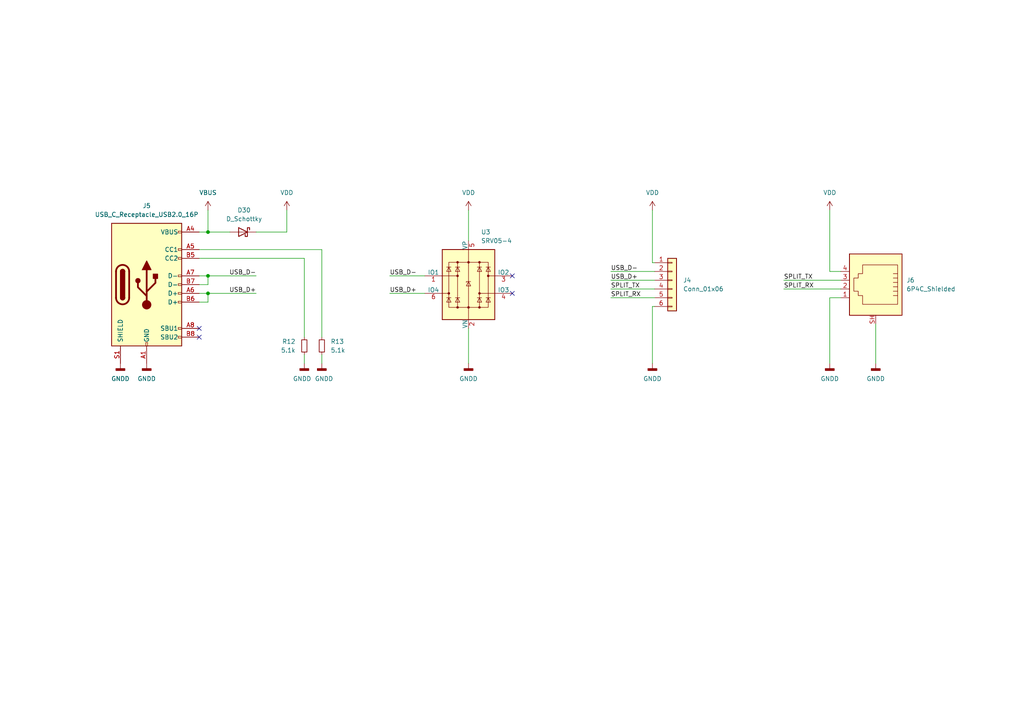
<source format=kicad_sch>
(kicad_sch (version 20230121) (generator eeschema)
  (paper "A4")
  (lib_symbols
    (symbol "Connector:6P4C_Shielded" (pin_names (offset 1.016))
      (property "Reference" "J" (at -5.08 11.43 0))
      (property "Value" "6P4C_Shielded" (at 2.54 11.43 0))
      (symbol "6P4C_Shielded_0_1"
        (polyline (pts (xy -6.35 -1.905) (xy -5.08 -1.905) (xy -5.08 -1.905)))
        (polyline (pts (xy -6.35 -0.635) (xy -5.08 -0.635) (xy -5.08 -0.635)))
        (polyline (pts (xy -6.35 0.635) (xy -5.08 0.635) (xy -5.08 0.635)))
        (polyline (pts (xy -6.35 1.905) (xy -5.08 1.905) (xy -5.08 1.905)))
        (polyline (pts (xy -6.35 3.175) (xy -5.08 3.175) (xy -5.08 3.175)))
        (polyline (pts (xy -5.08 4.445) (xy -6.35 4.445) (xy -6.35 4.445)))
        (polyline (pts (xy -6.35 -4.445) (xy -6.35 6.985) (xy 3.81 6.985) (xy 3.81 4.445) (xy 5.08 4.445) (xy 5.08 3.175) (xy 6.35 3.175) (xy 6.35 -0.635) (xy 5.08 -0.635) (xy 5.08 -1.905) (xy 3.81 -1.905) (xy 3.81 -4.445) (xy -6.35 -4.445) (xy -6.35 -4.445)))
        (rectangle (start 7.62 10.16) (end -7.62 -7.62) (stroke (width 0.254)) (fill (type background)))
      )
      (symbol "6P4C_Shielded_1_1"
        (pin passive line (at 10.16 -2.54 180) (length 2.54) (name "~") (number "1"))
        (pin passive line (at 10.16 0 180) (length 2.54) (name "~") (number "2"))
        (pin passive line (at 10.16 2.54 180) (length 2.54) (name "~") (number "3"))
        (pin passive line (at 10.16 5.08 180) (length 2.54) (name "~") (number "4"))
        (pin passive line (at 0 -10.16 90) (length 2.54) (name "~") (number "SH"))
      )
    )
    (symbol "Connector:USB_C_Receptacle_USB2.0_16P" (pin_names (offset 1.016))
      (property "Reference" "J" (at 0 22.225 0))
      (property "Value" "USB_C_Receptacle_USB2.0_16P" (at 0 19.685 0))
      (symbol "USB_C_Receptacle_USB2.0_16P_0_0"
        (rectangle (start -0.254 -17.78) (end 0.254 -16.764))
        (rectangle (start 10.16 -14.986) (end 9.144 -15.494))
        (rectangle (start 10.16 -12.446) (end 9.144 -12.954))
        (rectangle (start 10.16 -4.826) (end 9.144 -5.334))
        (rectangle (start 10.16 -2.286) (end 9.144 -2.794))
        (rectangle (start 10.16 0.254) (end 9.144 -0.254))
        (rectangle (start 10.16 2.794) (end 9.144 2.286))
        (rectangle (start 10.16 7.874) (end 9.144 7.366))
        (rectangle (start 10.16 10.414) (end 9.144 9.906))
        (rectangle (start 10.16 15.494) (end 9.144 14.986))
      )
      (symbol "USB_C_Receptacle_USB2.0_16P_0_1"
        (rectangle (start -10.16 17.78) (end 10.16 -17.78) (stroke (width 0.254)) (fill (type background)))
        (arc (start -8.89 -3.81) (mid -6.985 -5.7067) (end -5.08 -3.81) (stroke (width 0.508)))
        (arc (start -7.62 -3.81) (mid -6.985 -4.4423) (end -6.35 -3.81) (stroke (width 0.254)))
        (arc (start -7.62 -3.81) (mid -6.985 -4.4423) (end -6.35 -3.81) (stroke (width 0.254)) (fill (type outline)))
        (rectangle (start -7.62 -3.81) (end -6.35 3.81) (stroke (width 0.254)) (fill (type outline)))
        (arc (start -6.35 3.81) (mid -6.985 4.4423) (end -7.62 3.81) (stroke (width 0.254)))
        (arc (start -6.35 3.81) (mid -6.985 4.4423) (end -7.62 3.81) (stroke (width 0.254)) (fill (type outline)))
        (arc (start -5.08 3.81) (mid -6.985 5.7067) (end -8.89 3.81) (stroke (width 0.508)))
        (circle (center -2.54 1.143) (radius 0.635) (stroke (width 0.254)) (fill (type outline)))
        (circle (center 0 -5.842) (radius 1.27) (fill (type outline)))
        (polyline (pts (xy -8.89 -3.81) (xy -8.89 3.81)) (stroke (width 0.508)))
        (polyline (pts (xy -5.08 3.81) (xy -5.08 -3.81)) (stroke (width 0.508)))
        (polyline (pts (xy 0 -5.842) (xy 0 4.318)) (stroke (width 0.508)))
        (polyline (pts (xy 0 -3.302) (xy -2.54 -0.762) (xy -2.54 0.508)) (stroke (width 0.508)))
        (polyline (pts (xy 0 -2.032) (xy 2.54 0.508) (xy 2.54 1.778)) (stroke (width 0.508)))
        (polyline (pts (xy -1.27 4.318) (xy 0 6.858) (xy 1.27 4.318) (xy -1.27 4.318)) (stroke (width 0.254)) (fill (type outline)))
        (rectangle (start 1.905 1.778) (end 3.175 3.048) (stroke (width 0.254)) (fill (type outline)))
      )
      (symbol "USB_C_Receptacle_USB2.0_16P_1_1"
        (pin passive line (at 0 -22.86 90) (length 5.08) (name "GND") (number "A1"))
        (pin passive line (at 0 -22.86 90) (length 5.08) hide (name "GND") (number "A12"))
        (pin passive line (at 15.24 15.24 180) (length 5.08) (name "VBUS") (number "A4"))
        (pin bidirectional line (at 15.24 10.16 180) (length 5.08) (name "CC1") (number "A5"))
        (pin bidirectional line (at 15.24 -2.54 180) (length 5.08) (name "D+") (number "A6"))
        (pin bidirectional line (at 15.24 2.54 180) (length 5.08) (name "D-") (number "A7"))
        (pin bidirectional line (at 15.24 -12.7 180) (length 5.08) (name "SBU1") (number "A8"))
        (pin passive line (at 15.24 15.24 180) (length 5.08) hide (name "VBUS") (number "A9"))
        (pin passive line (at 0 -22.86 90) (length 5.08) hide (name "GND") (number "B1"))
        (pin passive line (at 0 -22.86 90) (length 5.08) hide (name "GND") (number "B12"))
        (pin passive line (at 15.24 15.24 180) (length 5.08) hide (name "VBUS") (number "B4"))
        (pin bidirectional line (at 15.24 7.62 180) (length 5.08) (name "CC2") (number "B5"))
        (pin bidirectional line (at 15.24 -5.08 180) (length 5.08) (name "D+") (number "B6"))
        (pin bidirectional line (at 15.24 0 180) (length 5.08) (name "D-") (number "B7"))
        (pin bidirectional line (at 15.24 -15.24 180) (length 5.08) (name "SBU2") (number "B8"))
        (pin passive line (at 15.24 15.24 180) (length 5.08) hide (name "VBUS") (number "B9"))
        (pin passive line (at -7.62 -22.86 90) (length 5.08) (name "SHIELD") (number "S1"))
      )
    )
    (symbol "Connector_Generic:Conn_01x06" (pin_names (offset 1.016) hide)
      (property "Reference" "J" (at 0 7.62 0))
      (property "Value" "Conn_01x06" (at 0 -10.16 0))
      (symbol "Conn_01x06_1_1"
        (rectangle (start -1.27 -7.493) (end 0 -7.747) (stroke (width 0.1524)))
        (rectangle (start -1.27 -4.953) (end 0 -5.207) (stroke (width 0.1524)))
        (rectangle (start -1.27 -2.413) (end 0 -2.667) (stroke (width 0.1524)))
        (rectangle (start -1.27 0.127) (end 0 -0.127) (stroke (width 0.1524)))
        (rectangle (start -1.27 2.667) (end 0 2.413) (stroke (width 0.1524)))
        (rectangle (start -1.27 5.207) (end 0 4.953) (stroke (width 0.1524)))
        (rectangle (start -1.27 6.35) (end 1.27 -8.89) (stroke (width 0.254)) (fill (type background)))
        (pin passive line (at -5.08 5.08 0) (length 3.81) (name "Pin_1") (number "1"))
        (pin passive line (at -5.08 2.54 0) (length 3.81) (name "Pin_2") (number "2"))
        (pin passive line (at -5.08 0 0) (length 3.81) (name "Pin_3") (number "3"))
        (pin passive line (at -5.08 -2.54 0) (length 3.81) (name "Pin_4") (number "4"))
        (pin passive line (at -5.08 -5.08 0) (length 3.81) (name "Pin_5") (number "5"))
        (pin passive line (at -5.08 -7.62 0) (length 3.81) (name "Pin_6") (number "6"))
      )
    )
    (symbol "Device:D_Schottky" (pin_numbers hide) (pin_names (offset 1.016) hide)
      (property "Reference" "D" (at 0 2.54 0))
      (property "Value" "D_Schottky" (at 0 -2.54 0))
      (symbol "D_Schottky_0_1"
        (polyline (pts (xy 1.27 0) (xy -1.27 0)))
        (polyline (pts (xy 1.27 1.27) (xy 1.27 -1.27) (xy -1.27 0) (xy 1.27 1.27)) (stroke (width 0.254)))
        (polyline (pts (xy -1.905 0.635) (xy -1.905 1.27) (xy -1.27 1.27) (xy -1.27 -1.27) (xy -0.635 -1.27) (xy -0.635 -0.635)) (stroke (width 0.254)))
      )
      (symbol "D_Schottky_1_1"
        (pin passive line (at -3.81 0 0) (length 2.54) (name "K") (number "1"))
        (pin passive line (at 3.81 0 180) (length 2.54) (name "A") (number "2"))
      )
    )
    (symbol "Device:R_Small" (pin_numbers hide) (pin_names (offset 0.254) hide)
      (property "Reference" "R" (at 0.762 0.508 0))
      (property "Value" "R_Small" (at 0.762 -1.016 0))
      (symbol "R_Small_0_1"
        (rectangle (start -0.762 1.778) (end 0.762 -1.778) (stroke (width 0.2032)))
      )
      (symbol "R_Small_1_1"
        (pin passive line (at 0 2.54 270) (length 0.762) (name "~") (number "1"))
        (pin passive line (at 0 -2.54 90) (length 0.762) (name "~") (number "2"))
      )
    )
    (symbol "PCM_marbastlib-various:SRV05-4" (pin_names (offset 0))
      (property "Reference" "U" (at -5.08 11.43 0))
      (property "Value" "SRV05-4" (at 2.54 11.43 0))
      (symbol "SRV05-4_0_0"
        (rectangle (start -5.715 6.477) (end 5.715 -6.604))
        (polyline (pts (xy -3.175 -6.604) (xy -3.175 6.477)))
        (polyline (pts (xy 3.175 6.477) (xy 3.175 -6.604)))
      )
      (symbol "SRV05-4_0_1"
        (rectangle (start -7.62 10.16) (end 7.62 -10.16) (stroke (width 0.254)) (fill (type background)))
        (circle (center -5.715 -2.54) (radius 0.2794) (fill (type outline)))
        (circle (center -3.175 -6.604) (radius 0.2794) (fill (type outline)))
        (circle (center -3.175 2.54) (radius 0.2794) (fill (type outline)))
        (circle (center -3.175 6.477) (radius 0.2794) (fill (type outline)))
        (circle (center 0 -6.604) (radius 0.2794) (fill (type outline)))
        (polyline (pts (xy -7.747 2.54) (xy -3.175 2.54)))
        (polyline (pts (xy -7.62 -2.54) (xy -5.715 -2.54)))
        (polyline (pts (xy -5.08 -3.81) (xy -6.35 -3.81)))
        (polyline (pts (xy -5.08 5.08) (xy -6.35 5.08)))
        (polyline (pts (xy -2.54 -3.81) (xy -3.81 -3.81)))
        (polyline (pts (xy -2.54 5.08) (xy -3.81 5.08)))
        (polyline (pts (xy 0 10.16) (xy 0 -10.16)))
        (polyline (pts (xy 3.81 -3.81) (xy 2.54 -3.81)))
        (polyline (pts (xy 3.81 5.08) (xy 2.54 5.08)))
        (polyline (pts (xy 6.35 -3.81) (xy 5.08 -3.81)))
        (polyline (pts (xy 6.35 5.08) (xy 5.08 5.08)))
        (polyline (pts (xy 7.62 -2.54) (xy 3.175 -2.54)))
        (polyline (pts (xy 7.62 2.54) (xy 5.715 2.54)))
        (polyline (pts (xy 0.635 0.889) (xy -0.635 0.889) (xy -0.635 0.635)))
        (polyline (pts (xy -5.08 -5.08) (xy -6.35 -5.08) (xy -5.715 -3.81) (xy -5.08 -5.08)))
        (polyline (pts (xy -5.08 3.81) (xy -6.35 3.81) (xy -5.715 5.08) (xy -5.08 3.81)))
        (polyline (pts (xy -2.54 -5.08) (xy -3.81 -5.08) (xy -3.175 -3.81) (xy -2.54 -5.08)))
        (polyline (pts (xy -2.54 3.81) (xy -3.81 3.81) (xy -3.175 5.08) (xy -2.54 3.81)))
        (polyline (pts (xy 0.635 -0.381) (xy -0.635 -0.381) (xy 0 0.889) (xy 0.635 -0.381)))
        (polyline (pts (xy 3.81 -5.08) (xy 2.54 -5.08) (xy 3.175 -3.81) (xy 3.81 -5.08)))
        (polyline (pts (xy 3.81 3.81) (xy 2.54 3.81) (xy 3.175 5.08) (xy 3.81 3.81)))
        (polyline (pts (xy 6.35 -5.08) (xy 5.08 -5.08) (xy 5.715 -3.81) (xy 6.35 -5.08)))
        (polyline (pts (xy 6.35 3.81) (xy 5.08 3.81) (xy 5.715 5.08) (xy 6.35 3.81)))
        (circle (center 0 6.477) (radius 0.2794) (fill (type outline)))
        (circle (center 3.175 -6.604) (radius 0.2794) (fill (type outline)))
        (circle (center 3.175 -2.54) (radius 0.2794) (fill (type outline)))
        (circle (center 3.175 6.477) (radius 0.2794) (fill (type outline)))
        (circle (center 5.715 2.54) (radius 0.2794) (fill (type outline)))
      )
      (symbol "SRV05-4_1_1"
        (pin passive line (at -12.7 2.54 0) (length 5.08) (name "IO1") (number "1"))
        (pin passive line (at 0 -12.7 90) (length 2.54) (name "VN") (number "2"))
        (pin passive line (at 12.7 2.54 180) (length 5.08) (name "IO2") (number "3"))
        (pin passive line (at 12.7 -2.54 180) (length 5.08) (name "IO3") (number "4"))
        (pin passive line (at 0 12.7 270) (length 2.54) (name "VP") (number "5"))
        (pin passive line (at -12.7 -2.54 0) (length 5.08) (name "IO4") (number "6"))
      )
    )
    (symbol "power:GNDD" (power) (pin_names (offset 0))
      (property "Value" "GNDD" (at 0 -3.175 0))
      (symbol "GNDD_0_1"
        (rectangle (start -1.27 -1.524) (end 1.27 -2.032) (stroke (width 0.254)) (fill (type outline)))
        (polyline (pts (xy 0 0) (xy 0 -1.524)))
      )
      (symbol "GNDD_1_1"
        (pin power_in line (at 0 0 270) (length 0) hide (name "GNDD") (number "1"))
      )
    )
    (symbol "power:VBUS" (power) (pin_names (offset 0))
      (property "Value" "VBUS" (at 0 3.81 0))
      (symbol "VBUS_0_1"
        (polyline (pts (xy -0.762 1.27) (xy 0 2.54)))
        (polyline (pts (xy 0 0) (xy 0 2.54)))
        (polyline (pts (xy 0 2.54) (xy 0.762 1.27)))
      )
      (symbol "VBUS_1_1"
        (pin power_in line (at 0 0 90) (length 0) hide (name "VBUS") (number "1"))
      )
    )
    (symbol "power:VDD" (power) (pin_names (offset 0))
      (property "Value" "VDD" (at 0 3.81 0))
      (symbol "VDD_0_1"
        (polyline (pts (xy -0.762 1.27) (xy 0 2.54)))
        (polyline (pts (xy 0 0) (xy 0 2.54)))
        (polyline (pts (xy 0 2.54) (xy 0.762 1.27)))
      )
      (symbol "VDD_1_1"
        (pin power_in line (at 0 0 90) (length 0) hide (name "VDD") (number "1"))
      )
    )
  )
  (junction (at 60.325 80.01))
  (junction (at 60.325 67.31))
  (junction (at 60.325 85.09))
  (no_connect (at 148.59 85.09))
  (no_connect (at 148.59 80.01))
  (no_connect (at 57.785 97.79))
  (no_connect (at 57.785 95.25))
  (wire (pts (xy 240.665 78.74) (xy 243.84 78.74)))
  (wire (pts (xy 83.185 60.96) (xy 83.185 67.31)))
  (wire (pts (xy 240.665 86.36) (xy 240.665 105.41)))
  (wire (pts (xy 189.23 76.2) (xy 189.23 60.96)))
  (wire (pts (xy 243.84 86.36) (xy 240.665 86.36)))
  (wire (pts (xy 57.785 74.93) (xy 88.265 74.93)))
  (wire (pts (xy 189.23 76.2) (xy 189.865 76.2)))
  (wire (pts (xy 135.89 105.41) (xy 135.89 95.25)))
  (wire (pts (xy 57.785 85.09) (xy 60.325 85.09)))
  (wire (pts (xy 57.785 87.63) (xy 60.325 87.63)))
  (wire (pts (xy 88.265 102.87) (xy 88.265 105.41)))
  (wire (pts (xy 60.325 80.01) (xy 74.295 80.01)))
  (wire (pts (xy 254 93.98) (xy 254 105.41)))
  (wire (pts (xy 57.785 72.39) (xy 93.345 72.39)))
  (wire (pts (xy 57.785 80.01) (xy 60.325 80.01)))
  (wire (pts (xy 113.03 80.01) (xy 123.19 80.01)))
  (wire (pts (xy 74.295 67.31) (xy 83.185 67.31)))
  (wire (pts (xy 189.865 88.9) (xy 189.23 88.9)))
  (wire (pts (xy 57.785 67.31) (xy 60.325 67.31)))
  (wire (pts (xy 135.89 60.96) (xy 135.89 69.85)))
  (wire (pts (xy 177.165 83.82) (xy 189.865 83.82)))
  (wire (pts (xy 177.165 78.74) (xy 189.865 78.74)))
  (wire (pts (xy 177.165 86.36) (xy 189.865 86.36)))
  (wire (pts (xy 113.03 85.09) (xy 123.19 85.09)))
  (wire (pts (xy 60.325 67.31) (xy 66.675 67.31)))
  (wire (pts (xy 57.785 82.55) (xy 60.325 82.55)))
  (wire (pts (xy 60.325 85.09) (xy 74.295 85.09)))
  (wire (pts (xy 189.23 88.9) (xy 189.23 105.41)))
  (wire (pts (xy 227.33 83.82) (xy 243.84 83.82)))
  (wire (pts (xy 93.345 102.87) (xy 93.345 105.41)))
  (wire (pts (xy 240.665 60.96) (xy 240.665 78.74)))
  (wire (pts (xy 93.345 72.39) (xy 93.345 97.79)))
  (wire (pts (xy 60.325 67.31) (xy 60.325 60.96)))
  (wire (pts (xy 88.265 97.79) (xy 88.265 74.93)))
  (wire (pts (xy 227.33 81.28) (xy 243.84 81.28)))
  (wire (pts (xy 60.325 82.55) (xy 60.325 80.01)))
  (wire (pts (xy 60.325 87.63) (xy 60.325 85.09)))
  (wire (pts (xy 177.165 81.28) (xy 189.865 81.28)))
  (label "SPLIT_RX" (at 177.165 86.36 0))
  (label "USB_D-" (at 177.165 78.74 0))
  (label "USB_D-" (at 113.03 80.01 0))
  (label "USB_D+" (at 177.165 81.28 0))
  (label "SPLIT_TX" (at 227.33 81.28 0))
  (label "USB_D-" (at 74.295 80.01 180))
  (label "USB_D+" (at 113.03 85.09 0))
  (label "SPLIT_TX" (at 177.165 83.82 0))
  (label "SPLIT_RX" (at 227.33 83.82 0))
  (label "USB_D+" (at 74.295 85.09 180))
  (symbol (lib_id "power:GNDD") (at 88.265 105.41 0) (unit 1)
    (property "Reference" "#PWR035" (effects hide))
    (property "Value" "GNDD" (at 87.63 109.855 0))
  )
  (symbol (lib_id "power:GNDD") (at 240.665 105.41 0) (unit 1)
    (property "Reference" "#PWR039" (effects hide))
    (property "Value" "GNDD" (at 240.665 109.855 0))
  )
  (symbol (lib_id "power:VDD") (at 135.89 60.96 0) (unit 1)
    (property "Reference" "#PWR030" (effects hide))
    (property "Value" "VDD" (at 135.89 55.88 0))
  )
  (symbol (lib_id "power:VDD") (at 240.665 60.96 0) (unit 1)
    (property "Reference" "#PWR032" (effects hide))
    (property "Value" "VDD" (at 240.665 55.88 0))
  )
  (symbol (lib_id "PCM_marbastlib-various:SRV05-4") (at 135.89 82.55 0) (unit 1)
    (property "Reference" "U3" (at 139.5161 67.31 0) (effects (justify left)))
    (property "Value" "SRV05-4" (at 139.5161 69.85 0) (effects (justify left)))
    (property "Footprint" "PCM_marbastlib-various:SOT-23-6-routable" (effects hide))
    (property "Datasheet" "http://www.onsemi.com/pub/Collateral/SRV05-4-D.PDF" (effects hide))
  )
  (symbol (lib_id "power:VBUS") (at 60.325 60.96 0) (unit 1)
    (property "Reference" "#PWR028" (effects hide))
    (property "Value" "VBUS" (at 60.325 55.88 0))
  )
  (symbol (lib_id "power:GNDD") (at 254 105.41 0) (unit 1)
    (property "Reference" "#PWR040" (effects hide))
    (property "Value" "GNDD" (at 254 109.855 0))
  )
  (symbol (lib_id "power:VDD") (at 189.23 60.96 0) (unit 1)
    (property "Reference" "#PWR031" (effects hide))
    (property "Value" "VDD" (at 189.23 55.88 0))
  )
  (symbol (lib_id "power:GNDD") (at 93.345 105.41 0) (unit 1)
    (property "Reference" "#PWR036" (effects hide))
    (property "Value" "GNDD" (at 93.98 109.855 0))
  )
  (symbol (lib_id "power:GNDD") (at 42.545 105.41 0) (unit 1)
    (property "Reference" "#PWR034" (effects hide))
    (property "Value" "GNDD" (at 42.545 109.855 0))
  )
  (symbol (lib_id "Connector:6P4C_Shielded") (at 254 83.82 0) (mirror y) (unit 1)
    (property "Reference" "J6" (at 262.89 81.28 0) (effects (justify right)))
    (property "Value" "6P4C_Shielded" (at 262.89 83.82 0) (effects (justify right)))
    (property "Footprint" "Connector_RJ:RJ14_Connfly_DS1133-S4_Horizontal" (effects hide))
  )
  (symbol (lib_id "Device:R_Small") (at 88.265 100.33 0) (unit 1)
    (property "Reference" "R12" (at 85.725 99.06 0) (effects (justify right)))
    (property "Value" "5.1k" (at 85.725 101.6 0) (effects (justify right)))
    (property "Footprint" "Resistor_SMD:R_0402_1005Metric" (effects hide))
  )
  (symbol (lib_id "Device:D_Schottky") (at 70.485 67.31 0) (mirror y) (unit 1)
    (property "Reference" "D30" (at 70.8025 60.96 0))
    (property "Value" "D_Schottky" (at 70.8025 63.5 0))
    (property "Footprint" "Diode_SMD:D_SOD-123" (effects hide))
  )
  (symbol (lib_id "power:GNDD") (at 34.925 105.41 0) (unit 1)
    (property "Reference" "#PWR033" (effects hide))
    (property "Value" "GNDD" (at 34.925 109.855 0))
  )
  (symbol (lib_id "power:GNDD") (at 135.89 105.41 0) (unit 1)
    (property "Reference" "#PWR037" (effects hide))
    (property "Value" "GNDD" (at 135.89 109.855 0))
  )
  (symbol (lib_id "power:VDD") (at 83.185 60.96 0) (unit 1)
    (property "Reference" "#PWR029" (effects hide))
    (property "Value" "VDD" (at 83.185 55.88 0))
  )
  (symbol (lib_id "Connector:USB_C_Receptacle_USB2.0_16P") (at 42.545 82.55 0) (unit 1)
    (property "Reference" "J5" (at 42.545 59.69 0))
    (property "Value" "USB_C_Receptacle_USB2.0_16P" (at 42.545 62.23 0))
    (property "Footprint" "Connector_USB:USB_C_Receptacle_HRO_TYPE-C-31-M-12" (effects hide))
    (property "Datasheet" "https://www.usb.org/sites/default/files/documents/usb_type-c.zip" (effects hide))
  )
  (symbol (lib_id "power:GNDD") (at 189.23 105.41 0) (unit 1)
    (property "Reference" "#PWR038" (effects hide))
    (property "Value" "GNDD" (at 189.23 109.855 0))
  )
  (symbol (lib_id "Device:R_Small") (at 93.345 100.33 0) (unit 1)
    (property "Reference" "R13" (at 95.885 99.06 0) (effects (justify left)))
    (property "Value" "5.1k" (at 95.885 101.6 0) (effects (justify left)))
    (property "Footprint" "Resistor_SMD:R_0402_1005Metric" (effects hide))
  )
  (symbol (lib_id "Connector_Generic:Conn_01x06") (at 194.945 81.28 0) (unit 1)
    (property "Reference" "J4" (at 198.12 81.28 0) (effects (justify left)))
    (property "Value" "Conn_01x06" (at 198.12 83.82 0) (effects (justify left)))
    (property "Footprint" "Connector_JST:JST_SHL_SM06B-SHLS-TF_1x06-1MP_P1.00mm_Horizontal" (effects hide))
  )
)
</source>
